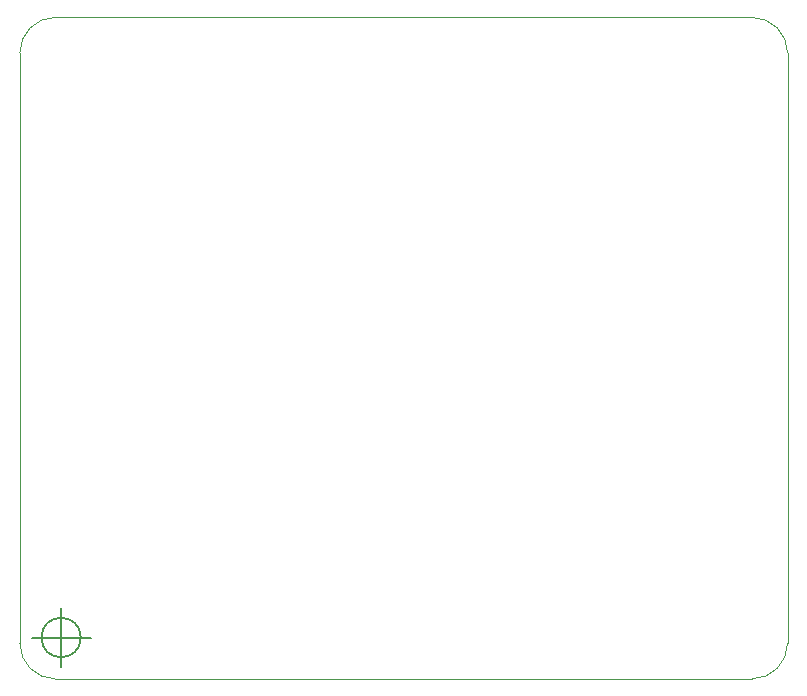
<source format=gbr>
G04 #@! TF.GenerationSoftware,KiCad,Pcbnew,(5.1.5-0-10_14)*
G04 #@! TF.CreationDate,2020-08-15T14:14:15-04:00*
G04 #@! TF.ProjectId,Mimosa-Power-Hat,4d696d6f-7361-42d5-906f-7765722d4861,rev?*
G04 #@! TF.SameCoordinates,PX4e3d4c0PY6c12040*
G04 #@! TF.FileFunction,Profile,NP*
%FSLAX46Y46*%
G04 Gerber Fmt 4.6, Leading zero omitted, Abs format (unit mm)*
G04 Created by KiCad (PCBNEW (5.1.5-0-10_14)) date 2020-08-15 14:14:15*
%MOMM*%
%LPD*%
G04 APERTURE LIST*
%ADD10C,0.150000*%
%ADD11C,0.100000*%
G04 APERTURE END LIST*
D10*
X1666666Y0D02*
G75*
G03X1666666Y0I-1666666J0D01*
G01*
X-2500000Y0D02*
X2500000Y0D01*
X0Y2500000D02*
X0Y-2500000D01*
D11*
X-3493644Y49502389D02*
X-3493644Y-497611D01*
X-3493644Y49502389D02*
G75*
G02X-493644Y52502389I3000000J0D01*
G01*
X58506356Y52502389D02*
X-493644Y52502389D01*
X58506356Y52502389D02*
G75*
G02X61506356Y49502389I0J-3000000D01*
G01*
X61506351Y-502847D02*
X61506356Y49502389D01*
X-493644Y-3497611D02*
G75*
G02X-3493644Y-497611I0J3000000D01*
G01*
X-493644Y-3497611D02*
X58506356Y-3497611D01*
X61506351Y-502847D02*
G75*
G02X58506356Y-3497611I-2999995J5236D01*
G01*
M02*

</source>
